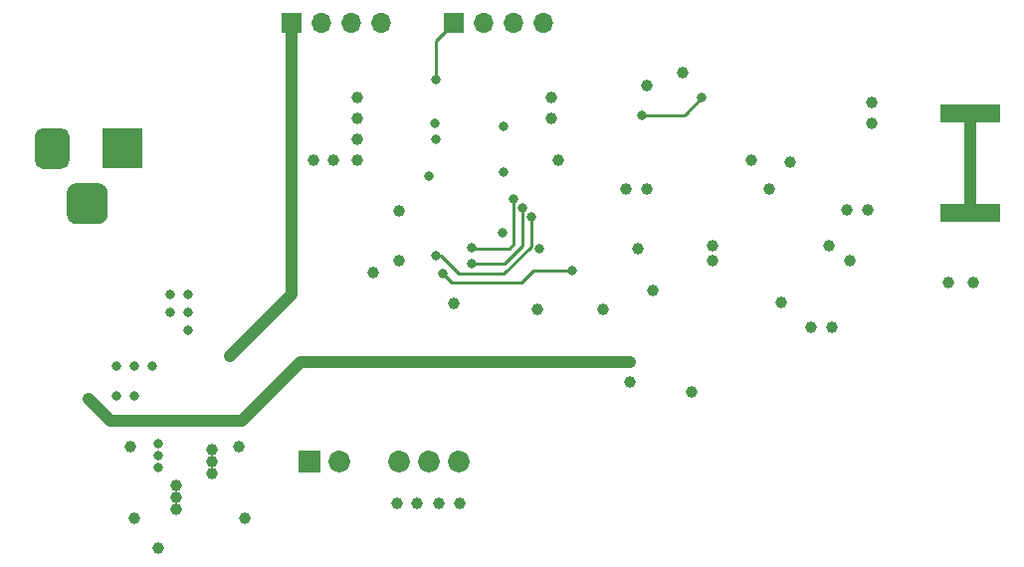
<source format=gbl>
G04 #@! TF.GenerationSoftware,KiCad,Pcbnew,(5.1.9)-1*
G04 #@! TF.CreationDate,2022-01-14T23:32:10+03:00*
G04 #@! TF.ProjectId,HW,48572e6b-6963-4616-945f-706362585858,rev?*
G04 #@! TF.SameCoordinates,Original*
G04 #@! TF.FileFunction,Copper,L4,Bot*
G04 #@! TF.FilePolarity,Positive*
%FSLAX46Y46*%
G04 Gerber Fmt 4.6, Leading zero omitted, Abs format (unit mm)*
G04 Created by KiCad (PCBNEW (5.1.9)-1) date 2022-01-14 23:32:10*
%MOMM*%
%LPD*%
G01*
G04 APERTURE LIST*
G04 #@! TA.AperFunction,ComponentPad*
%ADD10C,1.850000*%
G04 #@! TD*
G04 #@! TA.AperFunction,ComponentPad*
%ADD11R,1.850000X1.850000*%
G04 #@! TD*
G04 #@! TA.AperFunction,ComponentPad*
%ADD12O,1.700000X1.700000*%
G04 #@! TD*
G04 #@! TA.AperFunction,ComponentPad*
%ADD13R,1.700000X1.700000*%
G04 #@! TD*
G04 #@! TA.AperFunction,ComponentPad*
%ADD14R,3.500000X3.500000*%
G04 #@! TD*
G04 #@! TA.AperFunction,SMDPad,CuDef*
%ADD15R,5.080000X1.500000*%
G04 #@! TD*
G04 #@! TA.AperFunction,ViaPad*
%ADD16C,1.000000*%
G04 #@! TD*
G04 #@! TA.AperFunction,ViaPad*
%ADD17C,0.800000*%
G04 #@! TD*
G04 #@! TA.AperFunction,Conductor*
%ADD18C,0.254000*%
G04 #@! TD*
G04 #@! TA.AperFunction,Conductor*
%ADD19C,1.000000*%
G04 #@! TD*
G04 APERTURE END LIST*
D10*
X143383000Y-101092000D03*
X140843000Y-101092000D03*
X138303000Y-101092000D03*
X133223000Y-101092000D03*
D11*
X130683000Y-101092000D03*
D12*
X150622000Y-63754000D03*
X148082000Y-63754000D03*
X145542000Y-63754000D03*
D13*
X143002000Y-63754000D03*
D12*
X136779000Y-63754000D03*
X134239000Y-63754000D03*
X131699000Y-63754000D03*
D13*
X129159000Y-63754000D03*
G04 #@! TA.AperFunction,ComponentPad*
G36*
G01*
X110058000Y-79997000D02*
X110058000Y-78247000D01*
G75*
G02*
X110933000Y-77372000I875000J0D01*
G01*
X112683000Y-77372000D01*
G75*
G02*
X113558000Y-78247000I0J-875000D01*
G01*
X113558000Y-79997000D01*
G75*
G02*
X112683000Y-80872000I-875000J0D01*
G01*
X110933000Y-80872000D01*
G75*
G02*
X110058000Y-79997000I0J875000D01*
G01*
G37*
G04 #@! TD.AperFunction*
G04 #@! TA.AperFunction,ComponentPad*
G36*
G01*
X107308000Y-75422000D02*
X107308000Y-73422000D01*
G75*
G02*
X108058000Y-72672000I750000J0D01*
G01*
X109558000Y-72672000D01*
G75*
G02*
X110308000Y-73422000I0J-750000D01*
G01*
X110308000Y-75422000D01*
G75*
G02*
X109558000Y-76172000I-750000J0D01*
G01*
X108058000Y-76172000D01*
G75*
G02*
X107308000Y-75422000I0J750000D01*
G01*
G37*
G04 #@! TD.AperFunction*
D14*
X114808000Y-74422000D03*
D15*
X186944000Y-71442000D03*
X186944000Y-79942000D03*
D16*
X171577000Y-75565000D03*
D17*
X147193000Y-76390500D03*
D16*
X163258500Y-95123000D03*
X157988000Y-94297500D03*
X155702000Y-88138000D03*
X115443000Y-99822000D03*
X124714000Y-99822000D03*
X117856000Y-108394500D03*
X134747000Y-70104000D03*
X134747000Y-71882000D03*
X134747000Y-75438000D03*
X132715000Y-75438000D03*
X138303000Y-83947000D03*
X136144000Y-84963000D03*
X115824000Y-105918000D03*
X125222000Y-105918000D03*
X141732000Y-104648000D03*
X139827000Y-104648000D03*
X178562000Y-70485000D03*
X175133000Y-89662000D03*
X170815000Y-87503000D03*
X164973000Y-83947000D03*
X164973000Y-82677000D03*
X174879000Y-82677000D03*
X176657000Y-83947000D03*
X187198000Y-85852000D03*
X185039000Y-85852000D03*
X168275000Y-75438000D03*
X151257000Y-71882000D03*
X151257000Y-70104000D03*
X159385000Y-69088000D03*
X176403000Y-79629000D03*
X159385000Y-77851000D03*
X151892000Y-75438000D03*
D17*
X147129500Y-81597500D03*
X147193000Y-72517000D03*
X141478000Y-73660000D03*
X140843000Y-76771500D03*
X114300000Y-92964000D03*
X115824000Y-92964000D03*
X117348000Y-92964000D03*
X120396000Y-88392000D03*
X120396000Y-86868000D03*
X120396000Y-89916000D03*
X114300000Y-95504000D03*
X115824000Y-95504000D03*
X118872000Y-86868000D03*
X118872000Y-88392000D03*
D16*
X143002000Y-87630000D03*
X150114000Y-88138000D03*
X134747000Y-73660000D03*
X131064000Y-75438000D03*
X138303000Y-79756000D03*
D17*
X141414500Y-72263000D03*
X150304500Y-82931000D03*
D16*
X122428000Y-100076000D03*
X122428000Y-101092000D03*
X122428000Y-102108000D03*
X119380000Y-103124000D03*
X119380000Y-104140000D03*
X119380000Y-105156000D03*
D17*
X164084000Y-70104000D03*
X159004000Y-71628000D03*
D16*
X138176000Y-104648000D03*
X178181000Y-79629000D03*
X169799000Y-77851000D03*
X157607000Y-77851000D03*
D17*
X158014500Y-92609500D03*
X111887000Y-95758000D03*
D16*
X158623000Y-82931000D03*
X159893000Y-86487000D03*
X162433000Y-67945000D03*
X143510000Y-104648000D03*
X173355000Y-89662000D03*
X178562000Y-72263000D03*
D17*
X117856000Y-99568000D03*
X117856000Y-100584000D03*
X117856000Y-101600000D03*
D16*
X124000000Y-92000000D03*
D17*
X141478000Y-68580000D03*
X149606000Y-80264000D03*
X141478000Y-83566000D03*
X148844000Y-79502000D03*
X144526000Y-84201000D03*
X148082000Y-78740000D03*
X144526000Y-82905000D03*
X153035000Y-84772500D03*
X142049500Y-85026500D03*
D18*
X164084000Y-70104000D02*
X162687000Y-71501000D01*
X162560000Y-71628000D02*
X159004000Y-71628000D01*
X162687000Y-71501000D02*
X162560000Y-71628000D01*
D19*
X124981800Y-97612200D02*
X113741200Y-97612200D01*
X129984500Y-92609500D02*
X124981800Y-97612200D01*
X113741200Y-97612200D02*
X111887000Y-95758000D01*
X158014500Y-92609500D02*
X129984500Y-92609500D01*
X129159000Y-63754000D02*
X129159000Y-86841000D01*
X123908177Y-92091823D02*
X124000000Y-92000000D01*
X129159000Y-86841000D02*
X123908177Y-92091823D01*
X186944000Y-71442000D02*
X186944000Y-80010000D01*
D18*
X141478000Y-68580000D02*
X141478000Y-65278000D01*
X141478000Y-65278000D02*
X143002000Y-63754000D01*
X141859000Y-83566000D02*
X141478000Y-83566000D01*
X147256500Y-85090000D02*
X143383000Y-85090000D01*
X143383000Y-85090000D02*
X141859000Y-83566000D01*
X149606000Y-82740500D02*
X147256500Y-85090000D01*
X149606000Y-80264000D02*
X149606000Y-82740500D01*
X147320000Y-84201000D02*
X144526000Y-84201000D01*
X148844000Y-82677000D02*
X147320000Y-84201000D01*
X148844000Y-79502000D02*
X148844000Y-82677000D01*
X148082000Y-78740000D02*
X148082000Y-82550000D01*
X148082000Y-82550000D02*
X147701000Y-82931000D01*
X147701000Y-82931000D02*
X144526000Y-82931000D01*
X153035000Y-84772500D02*
X149796500Y-84772500D01*
X149796500Y-84772500D02*
X148780500Y-85788500D01*
X148780500Y-85788500D02*
X142811500Y-85788500D01*
X142811500Y-85788500D02*
X142049500Y-85026500D01*
M02*

</source>
